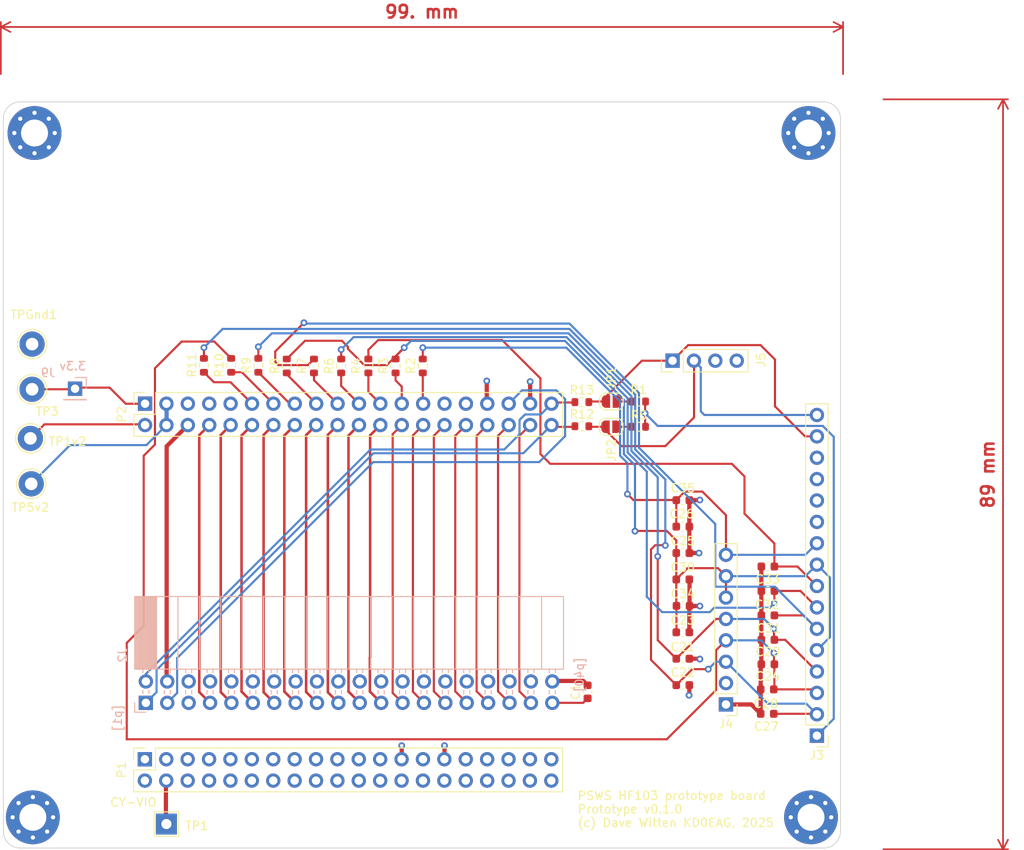
<source format=kicad_pcb>
(kicad_pcb (version 20240108) (generator "pcbnew") (generator_version "8.0")
  (title_block (title "ClemSDR-Min_Modules") (date "2023-10-17") (rev "0.4.0") (comment 1 "Minimalist Rework of HF-103 (designed be Oskar Stella)") (comment 3 "based on the Infineon/Cypress  FX3 DevKit and LTC2208 Demo modules"))
  (layers (0 "F.Cu" signal) (1 "In1.Cu" power "GND") (2 "In2.Cu" power "+3.3v") (31 "B.Cu" signal) (34 "B.Paste" user) (35 "F.Paste" user) (36 "B.SilkS" user "B.Silkscreen") (37 "F.SilkS" user "F.Silkscreen") (38 "B.Mask" user) (39 "F.Mask" user) (44 "Edge.Cuts" user))
  (net 0 "")
  (net 1 "GND")
  (net 2 "Net-(J2-Pin_39)")
  (net 3 "Net-(J3-Pin_15)")
  (net 4 "Net-(J3-Pin_4)")
  (net 5 "Net-(J3-Pin_2)")
  (net 6 "Net-(J3-Pin_5)")
  (net 7 "Net-(J3-Pin_3)")
  (net 8 "Net-(J3-Pin_10)")
  (net 9 "ATT DATA")
  (net 10 "ATT CLK")
  (net 11 "ATT LE")
  (net 12 "Net-(J3-Pin_16)")
  (net 13 "3.3v")
  (net 14 "GPIO29")
  (net 15 "D15")
  (net 16 "GPIO28")
  (net 17 "D14")
  (net 18 "GPIO27")
  (net 19 "D13")
  (net 20 "GPIO26")
  (net 21 "D12")
  (net 22 "GPIO25")
  (net 23 "D11")
  (net 24 "GPIO24")
  (net 25 "D10")
  (net 26 "GPIO23")
  (net 27 "D9")
  (net 28 "GPIO22")
  (net 29 "D8")
  (net 30 "GPIO21")
  (net 31 "D7")
  (net 32 "GPIO20")
  (net 33 "D6")
  (net 34 "GPIO19")
  (net 35 "D5")
  (net 36 "D4")
  (net 37 "D3")
  (net 38 "D2")
  (net 39 "PCLK")
  (net 40 "D1")
  (net 41 "D0")
  (net 42 "I2C SDA")
  (net 43 "I2C SCL")
  (net 48 "1.2v")
  (net 49 "VBUS")
  (net 70 "CyVio")
  (net 83 "Net-(JP1-A)")
  (net 84 "Net-(JP2-A)")
  (footprint "Capacitor_SMD:C_0603_1608Metric" (layer "F.Cu") (at 136.475 114.714286 180)
    (property "Reference" "C29")
    (property "Value" "100pf")
  )
  (footprint "Resistor_SMD:R_0603_1608Metric" (layer "F.Cu") (at 82.580389 82.175 90)
    (property "Reference" "R7")
    (property "Value" "1k")
  )
  (footprint "Connector_PinSocket_2.54mm:PinSocket_2x20_P2.54mm_Vertical" (layer "F.Cu") (at 62.523378 86.65959 90)
    (property "Reference" "P2")
    (property "Value" "J6")
  )
  (footprint "Capacitor_SMD:C_0603_1608Metric" (layer "F.Cu") (at 136.4 120.6 180)
    (property "Reference" "C28")
    (property "Value" "100pf")
  )
  (footprint "Capacitor_SMD:C_0603_1608Metric" (layer "F.Cu") (at 136.475 108.907144 180)
    (property "Reference" "C32")
    (property "Value" "100pf")
  )
  (footprint "Resistor_SMD:R_0603_1608Metric" (layer "F.Cu") (at 69.515878 82.1 90)
    (property "Reference" "R11")
    (property "Value" "1k")
  )
  (footprint "MountingHole:MountingHole_3.2mm_M3_Pad_Via" (layer "F.Cu") (at 141.3 54.5)
    (property "Reference" "H2" (hide yes))
    (property "Value" "MountingHole" (hide yes))
  )
  (footprint "Resistor_SMD:R_0603_1608Metric" (layer "F.Cu") (at 114.39 86.47)
    (property "Reference" "R13")
    (property "Value" "0")
  )
  (footprint "Resistor_SMD:R_0603_1608Metric" (layer "F.Cu") (at 85.810291 82.175 90)
    (property "Reference" "R6")
    (property "Value" "1k")
  )
  (footprint "Resistor_SMD:R_0603_1608Metric" (layer "F.Cu") (at 89.040193 82.175 90)
    (property "Reference" "R4")
    (property "Value" "1k")
  )
  (footprint "MountingHole:MountingHole_3.2mm_M3_Pad_Via" (layer "F.Cu") (at 49.2 135.8)
    (property "Reference" "H3" (hide yes))
    (property "Value" "MountingHole" (hide yes))
  )
  (footprint "Resistor_SMD:R_0603_1608Metric" (layer "F.Cu") (at 72.74578 82.1 90)
    (property "Reference" "R10")
    (property "Value" "1k")
  )
  (footprint "MountingHole:MountingHole_3.2mm_M3_Pad_Via" (layer "F.Cu") (at 49.4 54.5)
    (property "Reference" "H1" (hide yes))
    (property "Value" "MountingHole" (hide yes))
  )
  (footprint "Capacitor_SMD:C_0603_1608Metric" (layer "F.Cu") (at 136.475 111.810715 180)
    (property "Reference" "C31")
    (property "Value" "100pf")
  )
  (footprint "TestPoint:TestPoint_THTPad_D3.0mm_Drill1.5mm" (layer "F.Cu") (at 49.01 96.18)
    (property "Reference" "TP5v2")
    (property "Value" "TP5v")
  )
  (footprint "Capacitor_SMD:C_0603_1608Metric" (layer "F.Cu") (at 126.375 98.121432)
    (property "Reference" "C35")
    (property "Value" "100pf")
  )
  (footprint "Capacitor_SMD:C_0603_1608Metric" (layer "F.Cu") (at 126.375 104.400002)
    (property "Reference" "C25")
    (property "Value" "100pf")
  )
  (footprint "MountingHole:MountingHole_3.2mm_M3_Pad_Via" (layer "F.Cu") (at 141.6 135.8)
    (property "Reference" "H4" (hide yes))
    (property "Value" "MountingHole" (hide yes))
  )
  (footprint "TestPoint:TestPoint_THTPad_D3.0mm_Drill1.5mm" (layer "F.Cu") (at 49.11 79.58)
    (property "Reference" "TPGnd1")
    (property "Value" "TPGnd")
  )
  (footprint "Capacitor_SMD:C_0603_1608Metric" (layer "F.Cu") (at 126.4 110.678572)
    (property "Reference" "C34")
    (property "Value" "100pf")
  )
  (footprint "Connector_PinHeader_2.54mm:PinHeader_1x04_P2.54mm_Vertical" (layer "F.Cu") (at 125.16 81.55 90)
    (property "Reference" "J5")
    (property "Value" "Conn_01x04")
  )
  (footprint "Capacitor_SMD:C_0603_1608Metric" (layer "F.Cu") (at 126.375 107.539287)
    (property "Reference" "C30")
    (property "Value" "100pf")
  )
  (footprint "Connector_PinHeader_2.54mm:PinHeader_1x08_P2.54mm_Vertical" (layer "F.Cu") (at 131.5 122.394286 180)
    (property "Reference" "J4")
    (property "Value" "Conn_01x08")
  )
  (footprint "Resistor_SMD:R_0603_1608Metric" (layer "F.Cu") (at 121.125 86.4 180)
    (property "Reference" "R1")
    (property "Value" "10k")
  )
  (footprint "Resistor_SMD:R_0603_1608Metric" (layer "F.Cu") (at 92.270095 82.175 90)
    (property "Reference" "R3")
    (property "Value" "10k")
  )
  (footprint "Capacitor_SMD:C_0603_1608Metric" (layer "F.Cu") (at 126.375 116.957142)
    (property "Reference" "C21")
    (property "Value" "100pf")
  )
  (footprint "TestPoint:TestPoint_THTPad_D3.0mm_Drill1.5mm" (layer "F.Cu") (at 49.11 84.946666)
    (property "Reference" "TP3")
    (property "Value" "TP3v3")
  )
  (footprint "TestPoint:TestPoint_THTPad_2.5x2.5mm_Drill1.2mm" (layer "F.Cu") (at 65.06 136.6)
    (property "Reference" "TP1")
    (property "Value" "TPCyVIO")
  )
  (footprint "Resistor_SMD:R_0603_1608Metric" (layer "F.Cu") (at 121.125 89.4 180)
    (property "Reference" "R5")
    (property "Value" "10k")
  )
  (footprint "TestPoint:TestPoint_THTPad_D3.0mm_Drill1.5mm" (layer "F.Cu") (at 48.91 90.78)
    (property "Reference" "TP1v2")
    (property "Value" "TP1v2")
  )
  (footprint "Capacitor_SMD:C_0603_1608Metric" (layer "F.Cu") (at 126.375 113.817857)
    (property "Reference" "C23")
    (property "Value" "100pf")
  )
  (footprint "Capacitor_SMD:C_0603_1608Metric" (layer "F.Cu") (at 126.375 101.260717)
    (property "Reference" "C26")
    (property "Value" "100pf")
  )
  (footprint "Capacitor_SMD:C_0603_1608Metric" (layer "F.Cu") (at 136.475 106.003573 180)
    (property "Reference" "C33")
    (property "Value" "100pf")
  )
  (footprint "Resistor_SMD:R_0603_1608Metric" (layer "F.Cu") (at 75.975682 82.1 90)
    (property "Reference" "R9")
    (property "Value" "1k")
  )
  (footprint "Connector_PinSocket_2.54mm:PinSocket_2x20_P2.54mm_Vertical" (layer "F.Cu") (at 62.503378 128.89959 90)
    (property "Reference" "P1")
    (property "Value" "J7")
  )
  (footprint "Resistor_SMD:R_0603_1608Metric" (layer "F.Cu") (at 114.39 89.34)
    (property "Reference" "R12")
    (property "Value" "0")
  )
  (footprint "Resistor_SMD:R_0603_1608Metric" (layer "F.Cu") (at 79.350487 82.175 90)
    (property "Reference" "R8")
    (property "Value" "1k")
  )
  (footprint "Capacitor_SMD:C_0603_1608Metric" (layer "F.Cu") (at 115.0725 120.89 90)
    (property "Reference" "C1")
    (property "Value" "0.1uF")
  )
  (footprint "Jumper:SolderJumper-2_P1.3mm_Open_RoundedPad1.0x1.5mm" (layer "F.Cu") (at 117.85 89.4 180)
    (property "Reference" "JP2")
    (property "Value" "Jumper_2_Open")
  )
  (footprint "Capacitor_SMD:C_0603_1608Metric" (layer "F.Cu") (at 136.475 117.617857 180)
    (property "Reference" "C24")
    (property "Value" "100pf")
  )
  (footprint "Jumper:SolderJumper-2_P1.3mm_Open_RoundedPad1.0x1.5mm" (layer "F.Cu") (at 117.895 86.4 180)
    (property "Reference" "JP1")
    (property "Value" "Jumper_2_Open")
  )
  (footprint "Connector_PinHeader_2.54mm:PinHeader_1x16_P2.54mm_Vertical" (layer "F.Cu") (at 142.3 126.1 180)
    (property "Reference" "J3")
    (property "Value" "Conn_01x16")
  )
  (footprint "Capacitor_SMD:C_0603_1608Metric" (layer "F.Cu") (at 136.4 123.503573 180)
    (property "Reference" "C27")
    (property "Value" "100pf")
  )
  (footprint "Capacitor_SMD:C_0603_1608Metric" (layer "F.Cu") (at 126.375 120.096432)
    (property "Reference" "C22")
    (property "Value" "100pf")
  )
  (footprint "Resistor_SMD:R_0603_1608Metric" (layer "F.Cu") (at 95.5 82.175 90)
    (property "Reference" "R2")
    (property "Value" "1k")
  )
  (footprint "Connector_PinHeader_2.54mm:PinHeader_1x01_P2.54mm_Vertical" (layer "B.Cu") (at 54.21 84.88 180)
    (property "Reference" "J9")
    (property "Value" "VDD (3.3v)")
  )
  (footprint "Connector_PinSocket_2.54mm:PinSocket_2x20_P2.54mm_Horizontal" (layer "B.Cu") (at 62.62 122.2 -90)
    (property "Reference" "J2")
    (property "Value" "2x20-Odd/Even")
  )
  (gr_line (start 143.1 139.45) (end 47.7 139.45) (stroke (width 0.1)) (layer "Edge.Cuts"))
  (gr_arc (start 47.7 139.45) (mid 46.285786 138.864214) (end 45.7 137.45) (stroke (width 0.1)) (layer "Edge.Cuts"))
  (gr_line (start 45.7 137.45) (end 45.7 52.8) (stroke (width 0.1)) (layer "Edge.Cuts"))
  (gr_line (start 145.1 52.8) (end 145.1 137.45) (stroke (width 0.1)) (layer "Edge.Cuts"))
  (gr_arc (start 145.1 137.45) (mid 144.514214 138.864214) (end 143.1 139.45) (stroke (width 0.1)) (layer "Edge.Cuts"))
  (gr_arc (start 45.7 52.8) (mid 46.285786 51.385786) (end 47.7 50.8) (stroke (width 0.1)) (layer "Edge.Cuts"))
  (gr_arc (start 143.1 50.8) (mid 144.514214 51.385786) (end 145.1 52.8) (stroke (width 0.1)) (layer "Edge.Cuts"))
  (gr_line (start 47.7 50.8) (end 143.1 50.8) (stroke (width 0.1)) (layer "Edge.Cuts"))
  (gr_text "[p40]" (at 114.69 116.7 90) (layer "B.SilkS") (effects (font (size 1 1)) (justify left bottom mirror)))
  (gr_text "[p1]" (at 59.85 122.32 90) (layer "B.SilkS") (effects (font (size 1 1)) (justify left bottom mirror)))
  (gr_text "3.3v" (at 55.61 82.78 0) (layer "B.SilkS") (effects (font (size 1 1)) (justify left bottom mirror)))
  (gr_text "PSWS HF103 prototype board\nPrototype v0.1.0\n(c) Dave Witten KD0EAG, 2025\n" (at 113.8 137.03 0) (layer "F.SilkS") (effects (font (size 1 1)) (justify left bottom)))
  (gr_text "CY-VIO" (at 58.3 134.6 0) (layer "F.SilkS") (effects (font (size 1 1)) (justify left bottom)))
  (dimension (type aligned) (layer "F.Cu") (pts (xy 45.4 48) (xy 145.403378 48)) (height -6.1) (gr_text "99. mm" (at 95.401689 40.1 0) (layer "F.Cu") (effects (font (size 1.5 1.5) (thickness 0.3)))) (format (prefix "") (suffix "") (units 3) (units_format 1) (precision 4) (override_value "99.")) (style (thickness 0.2) (arrow_length 1.27) (text_position_mode 0) (extension_height 0.58642) (extension_offset 0.5) keep_text_aligned))
  (dimension (type aligned) (layer "F.Cu") (pts (xy 149.7 50.5) (xy 149.7 139.6)) (height -14.7) (gr_text "89 mm" (at 162.6 95.05 90) (layer "F.Cu") (effects (font (size 1.5 1.5) (thickness 0.3)))) (format (prefix "") (suffix "") (units 3) (units_format 1) (precision 4) (override_value "89")) (style (thickness 0.2) (arrow_length 1.27) (text_position_mode 0) (extension_height 0.58642) (extension_offset 0.5) keep_text_aligned))
  (segment (start 127.15 104.400002) (end 127.15 101.260717) (width 0.5) (layer "F.Cu") (net 1))
  (segment (start 127.15 121.266634) (end 127.116634 121.3) (width 0.5) (layer "F.Cu") (net 1))
  (segment (start 134.515713 122.394286) (end 135.625 123.503573) (width 0.5) (layer "F.Cu") (net 1))
  (segment (start 111.0425 119.6) (end 114.5575 119.6) (width 0.5) (layer "F.Cu") (net 1))
  (segment (start 103.1 83.960205) (end 103.1 86.619795) (width 0.5) (layer "F.Cu") (net 1))
  (segment (start 135.7 111.810715) (end 135.7 108.907144) (width 0.5) (layer "F.Cu") (net 1))
  (segment (start 135.7 117.617857) (end 135.7 114.714286) (width 0.5) (layer "F.Cu") (net 1))
  (segment (start 67.603378 89.19959) (end 65.09 91.712968) (width 0.5) (layer "F.Cu") (net 1))
  (segment (start 128.357142 116.957142) (end 128.4 117) (width 0.5) (layer "F.Cu") (net 1))
  (segment (start 135.625 123.503573) (end 135.625 120.6) (width 0.5) (layer "F.Cu") (net 1))
  (segment (start 114.5575 119.6) (end 115.0725 120.115) (width 0.5) (layer "F.Cu") (net 1))
  (segment (start 127.15 113.817857) (end 127.15 110.703572) (width 0.5) (layer "F.Cu") (net 1))
  (segment (start 65.09 91.712968) (end 65.09 119.59) (width 0.5) (layer "F.Cu") (net 1))
  (segment (start 93 127.29) (end 93 128.822968) (width 0.5) (layer "F.Cu") (net 1))
  (segment (start 131.5 122.394286) (end 134.515713 122.394286) (width 0.5) (layer "F.Cu") (net 1))
  (segment (start 127.15 101.260717) (end 127.15 98.121432) (width 0.5) (layer "F.Cu") (net 1))
  (segment (start 135.625 120.6) (end 135.625 117.692857) (width 0.5) (layer "F.Cu") (net 1))
  (segment (start 128.4 110.7) (end 127.196428 110.7) (width 0.5) (layer "F.Cu") (net 1))
  (segment (start 127.15 120.096432) (end 127.15 121.266634) (width 0.5) (layer "F.Cu") (net 1))
  (segment (start 135.7 108.907144) (end 135.7 106.003573) (width 0.5) (layer "F.Cu") (net 1))
  (segment (start 127.15 98.121432) (end 128.378568 98.121432) (width 0.5) (layer "F.Cu") (net 1))
  (segment (start 127.175 110.678572) (end 127.175 107.564287) (width 0.5) (layer "F.Cu") (net 1))
  (segment (start 135.7 114.714286) (end 135.7 111.810715) (width 0.5) (layer "F.Cu") (net 1))
  (segment (start 127.15 116.957142) (end 128.357142 116.957142) (width 0.5) (layer "F.Cu") (net 1))
  (segment (start 128.378568 98.121432) (end 128.4 98.1) (width 0.5) (layer "F.Cu") (net 1))
  (segment (start 127.15 104.400002) (end 128.299998 104.400002) (width 0.5) (layer "F.Cu") (net 1))
  (segment (start 98.08 127.29) (end 98.08 128.741484) (width 0.5) (layer "F.Cu") (net 1))
  (segment (start 108.25 84.037955) (end 108.25 86.522045) (width 0.5) (layer "F.Cu") (net 1))
  (via (at 98.08 127.29) (size 0.8) (drill 0.4) (layers "F.Cu" "B.Cu") (net 1))
  (via (at 93 127.29) (size 0.8) (drill 0.4) (layers "F.Cu" "B.Cu") (net 1))
  (via (at 127.116634 121.3) (size 0.8) (drill 0.4) (layers "F.Cu" "B.Cu") (net 1))
  (via (at 108.25 84.037955) (size 0.8) (drill 0.4) (layers "F.Cu" "B.Cu") (net 1))
  (via (at 128.4 110.7) (size 0.8) (drill 0.4) (layers "F.Cu" "B.Cu") (net 1))
  (via (at 128.4 98.1) (size 0.8) (drill 0.4) (layers "F.Cu" "B.Cu") (net 1))
  (via (at 103.1 83.960205) (size 0.8) (drill 0.4) (layers "F.Cu" "B.Cu") (net 1))
  (via (at 128.4 117) (size 0.8) (drill 0.4) (layers "F.Cu" "B.Cu") (net 1))
  (via (at 128.299998 104.400002) (size 0.8) (drill 0.4) (layers "F.Cu" "B.Cu") (net 1))
  (segment (start 115.0725 121.665) (end 114.5375 122.2) (width 0.25) (layer "F.Cu") (net 2))
  (segment (start 114.5375 122.2) (end 111.1025 122.2) (width 0.25) (layer "F.Cu") (net 2))
  (segment (start 117.245 85.825) (end 121.52 81.55) (width 0.25) (layer "F.Cu") (net 3))
  (segment (start 137.32 81.41) (end 137.32 86.97) (width 0.25) (layer "F.Cu") (net 3))
  (segment (start 125.16 81.55) (end 127.01 79.7) (width 0.25) (layer "F.Cu") (net 3))
  (segment (start 135.61 79.7) (end 137.32 81.41) (width 0.25) (layer "F.Cu") (net 3))
  (segment (start 137.32 86.97) (end 140.89 90.54) (width 0.25) (layer "F.Cu") (net 3))
  (segment (start 117.245 86.4) (end 115.285 86.4) (width 0.25) (layer "F.Cu") (net 3))
  (segment (start 140.89 90.54) (end 142.3 90.54) (width 0.25) (layer "F.Cu") (net 3))
  (segment (start 127.01 79.7) (end 135.61 79.7) (width 0.25) (layer "F.Cu") (net 3))
  (segment (start 121.52 81.55) (end 125.16 81.55) (width 0.25) (layer "F.Cu") (net 3))
  (segment (start 123.4 114.757142) (end 125.6 116.957142) (width 0.25) (layer "F.Cu") (net 4))
  (segment (start 130.322856 112.234286) (end 131.5 112.234286) (width 0.25) (layer "F.Cu") (net 4))
  (segment (start 123.4 104.8) (end 123.4 114.757142) (width 0.25) (layer "F.Cu") (net 4))
  (segment (start 137.2 113.4) (end 137.2 114.664286) (width 0.25) (layer "F.Cu") (net 4))
  (segment (start 125.6 116.957142) (end 130.322856 112.234286) (width 0.25) (layer "F.Cu") (net 4))
  (segment (start 138.534286 114.714286) (end 142.3 118.48) (width 0.25) (layer "F.Cu") (net 4))
  (segment (start 137.25 114.714286) (end 138.534286 114.714286) (width 0.25) (layer "F.Cu") (net 4))
  (segment (start 75.975682 79.9) (end 75.975682 81.275) (width 0.25) (layer "F.Cu") (net 4))
  (via (at 123.4 104.8) (size 0.8) (drill 0.4) (layers "F.Cu" "B.Cu") (net 4))
  (via (at 75.975682 79.9) (size 0.8) (drill 0.4) (layers "F.Cu" "B.Cu") (net 4))
  (via (at 137.2 113.4) (size 0.8) (drill 0.4) (layers "F.Cu" "B.Cu") (net 4))
  (segment (start 136.034286 112.234286) (end 137.2 113.4) (width 0.25) (layer "B.Cu") (net 4))
  (segment (start 120.275 85.771396) (end 112.803604 78.3) (width 0.25) (layer "B.Cu") (net 4))
  (segment (start 120.275 92.273097) (end 120.275 85.771396) (width 0.25) (layer "B.Cu") (net 4))
  (segment (start 123.4 95.398097) (end 120.275 92.273097) (width 0.25) (layer "B.Cu") (net 4))
  (segment (start 123.4 104.8) (end 123.4 95.398097) (width 0.25) (layer "B.Cu") (net 4))
  (segment (start 77.575682 78.3) (end 75.975682 79.9) (width 0.25) (layer "B.Cu") (net 4))
  (segment (start 112.803604 78.3) (end 77.575682 78.3) (width 0.25) (layer "B.Cu") (net 4))
  (segment (start 131.5 112.234286) (end 136.034286 112.234286) (width 0.25) (layer "B.Cu") (net 4))
  (segment (start 69.515878 80) (end 69.515878 81.275) (width 0.25) (layer "F.Cu") (net 5))
  (segment (start 124.3 103.5) (end 124.275 103.475) (width 0.25) (layer "F.Cu") (net 5))
  (segment (start 123.099695 103.475) (end 122.6 103.974695) (width 0.25) (layer "F.Cu") (net 5))
  (segment (start 137.175 123.503573) (end 142.243573 123.503573) (width 0.25) (layer "F.Cu") (net 5))
  (segment (start 124.275 103.475) (end 123.099695 103.475) (width 0.25) (layer "F.Cu") (net 5))
  (segment (start 122.6 117.096432) (end 125.6 120.096432) (width 0.25) (layer "F.Cu") (net 5))
  (segment (start 127.496432 118.2) (end 129.4 118.2) (width 0.25) (layer "F.Cu") (net 5))
  (segment (start 122.6 103.974695) (end 122.6 117.096432) (width 0.25) (layer "F.Cu") (net 5))
  (segment (start 125.6 120.096432) (end 127.496432 118.2) (width 0.25) (layer "F.Cu") (net 5))
  (via (at 69.515878 80) (size 0.8) (drill 0.4) (layers "F.Cu" "B.Cu") (net 5))
  (via (at 129.4 118.2) (size 0.8) (drill 0.4) (layers "F.Cu" "B.Cu") (net 5))
  (via (at 124.3 103.5) (size 0.8) (drill 0.4) (layers "F.Cu" "B.Cu") (net 5))
  (segment (start 120.725 85.585) (end 112.91 77.77) (width 0.25) (layer "B.Cu") (net 5))
  (segment (start 71.745878 77.77) (end 69.515878 80) (width 0.25) (layer "B.Cu") (net 5))
  (segment (start 120.725 92.086701) (end 120.725 85.585) (width 0.25) (layer "B.Cu") (net 5))
  (segment (start 141.04 122.3) (end 142.3 123.56) (width 0.25) (layer "B.Cu") (net 5))
  (segment (start 124.3 103.5) (end 124.3 95.661701) (width 0.25) (layer "B.Cu") (net 5))
  (segment (start 112.91 77.77) (end 71.745878 77.77) (width 0.25) (layer "B.Cu") (net 5))
  (segment (start 130.285714 117.314286) (end 129.4 118.2) (width 0.25) (layer "B.Cu") (net 5))
  (segment (start 124.3 95.661701) (end 120.725 92.086701) (width 0.25) (layer "B.Cu") (net 5))
  (segment (start 131.5 117.314286) (end 136.485714 122.3) (width 0.25) (layer "B.Cu") (net 5))
  (segment (start 136.485714 122.3) (end 141.04 122.3) (width 0.25) (layer "B.Cu") (net 5))
  (segment (start 131.5 117.314286) (end 130.285714 117.314286) (width 0.25) (layer "B.Cu") (net 5))
  (segment (start 125.6 107.539287) (end 126.939287 106.2) (width 0.25) (layer "F.Cu") (net 6))
  (segment (start 125.6 102.9) (end 125.6 104.400002) (width 0.25) (layer "F.Cu") (net 6))
  (segment (start 126.939287 106.2) (end 130.545714 106.2) (width 0.25) (layer "F.Cu") (net 6))
  (segment (start 88.547731 82.075) (end 86.610291 80.13756) (width 0.25) (layer "F.Cu") (net 6))
  (segment (start 124.475 101.775) (end 125.6 102.9) (width 0.25) (layer "F.Cu") (net 6))
  (segment (start 81.520487 79.18) (end 79.350487 81.35) (width 0.25) (layer "F.Cu") (net 6))
  (segment (start 91.225 82.075) (end 88.547731 82.075) (width 0.25) (layer "F.Cu") (net 6))
  (segment (start 86.610291 80.13756) (end 86.610291 79.900291) (width 0.25) (layer "F.Cu") (net 6))
  (segment (start 131.5 107.154286) (end 131.5 109.694286) (width 0.25) (layer "F.Cu") (net 6))
  (segment (start 85.89 79.18) (end 81.520487 79.18) (width 0.25) (layer "F.Cu") (net 6))
  (segment (start 93.3 80) (end 92.270095 81.029905) (width 0.25) (layer "F.Cu") (net 6))
  (segment (start 120.725 101.775) (end 124.475 101.775) (width 0.25) (layer "F.Cu") (net 6))
  (segment (start 130.545714 106.2) (end 131.5 107.154286) (width 0.25) (layer "F.Cu") (net 6))
  (segment (start 125.6 107.539287) (end 125.6 110.653572) (width 0.25) (layer "F.Cu") (net 6))
  (segment (start 93.3 80) (end 91.225 82.075) (width 0.25) (layer "F.Cu") (net 6))
  (segment (start 125.625 110.678572) (end 125.625 113.792857) (width 0.25) (layer "F.Cu") (net 6))
  (segment (start 125.6 104.400002) (end 125.6 107.539287) (width 0.25) (layer "F.Cu") (net 6))
  (segment (start 86.610291 79.900291) (end 85.89 79.18) (width 0.25) (layer "F.Cu") (net 6))
  (segment (start 120.7 101.8) (end 120.725 101.775) (width 0.25) (layer "F.Cu") (net 6))
  (segment (start 92.270095 81.029905) (end 92.270095 81.35) (width 0.25) (layer "F.Cu") (net 6))
  (via (at 93.3 80) (size 0.8) (drill 0.4) (layers "F.Cu" "B.Cu") (net 6))
  (via (at 120.7 101.8) (size 0.8) (drill 0.4) (layers "F.Cu" "B.Cu") (net 6))
  (segment (start 119.375 86.191396) (end 112.383604 79.2) (width 0.25) (layer "B.Cu") (net 6))
  (segment (start 140.925714 107.154286) (end 142.3 105.78) (width 0.25) (layer "B.Cu") (net 6))
  (segment (start 143.85 114.39) (end 142.3 115.94) (width 0.25) (layer "B.Cu") (net 6))
  (segment (start 143.85 107.33) (end 143.85 114.39) (width 0.25) (layer "B.Cu") (net 6))
  (segment (start 120.7 93.970889) (end 119.375 92.645889) (width 0.25) (layer "B.Cu") (net 6))
  (segment (start 112.383604 79.2) (end 94.1 79.2) (width 0.25) (layer "B.Cu") (net 6))
  (segment (start 119.375 92.645889) (end 119.375 86.191396) (width 0.25) (layer "B.Cu") (net 6))
  (segment (start 142.3 105.78) (end 143.85 107.33) (width 0.25) (layer "B.Cu") (net 6))
  (segment (start 120.7 101.8) (end 120.7 93.970889) (width 0.25) (layer "B.Cu") (net 6))
  (segment (start 131.5 107.154286) (end 140.925714 107.154286) (width 0.25) (layer "B.Cu") (net 6))
  (segment (start 94.1 79.2) (end 93.3 80) (width 0.25) (layer "B.Cu") (net 6))
  (segment (start 66.865 79.275) (end 63.698378 82.441622) (width 0.25) (layer "F.Cu") (net 7))
  (segment (start 60.35 115.08) (end 60.35 126.53) (width 0.25) (layer "F.Cu") (net 7))
  (segment (start 130.325 120.675) (end 130.325 115.949286) (width 0.25) (layer "F.Cu") (net 7))
  (segment (start 62.36 113.07) (end 60.35 115.08) (width 0.25) (layer "F.Cu") (net 7))
  (segment (start 72.74578 81.275) (end 70.74578 79.275) (width 0.25) (layer "F.Cu") (net 7))
  (segment (start 63.698378 82.441622) (end 63.698378 91.511622) (width 0.25) (layer "F.Cu") (net 7))
  (segment (start 63.698378 91.511622) (end 62.36 92.85) (width 0.25) (layer "F.Cu") (net 7))
  (segment (start 70.74578 79.275) (end 66.865 79.275) (width 0.25) (layer "F.Cu") (net 7))
  (segment (start 137.25 117.617857) (end 137.25 120.525) (width 0.25) (layer "F.Cu") (net 7))
  (segment (start 124.47 126.53) (end 130.325 120.675) (width 0.25) (layer "F.Cu") (net 7))
  (segment (start 62.36 92.85) (end 62.36 113.07) (width 0.25) (layer "F.Cu") (net 7))
  (segment (start 130.325 115.949286) (end 131.5 114.774286) (width 0.25) (layer "F.Cu") (net 7))
  (segment (start 137.2 116.3) (end 137.2 117.567857) (width 0.25) (layer "F.Cu") (net 7))
  (segment (start 60.35 126.53) (end 124.47 126.53) (width 0.25) (layer "F.Cu") (net 7))
  (segment (start 137.175 120.6) (end 141.88 120.6) (width 0.25) (layer "F.Cu") (net 7))
  (via (at 137.2 116.3) (size 0.8) (drill 0.4) (layers "F.Cu" "B.Cu") (net 7))
  (segment (start 131.5 114.774286) (end 135.674286 114.774286) (width 0.25) (layer "B.Cu") (net 7))
  (segment (start 135.674286 114.774286) (end 137.2 116.3) (width 0.25) (layer "B.Cu") (net 7))
  (segment (start 95.5 81.35) (end 95.5 80) (width 0.25) (layer "F.Cu") (net 8))
  (segment (start 120.5 98.1) (end 125.578568 98.1) (width 0.25) (layer "F.Cu") (net 8))
  (segment (start 125.6 101.260717) (end 125.6 98.121432) (width 0.25) (layer "F.Cu") (net 8))
  (segment (start 125.6 98.121432) (end 126.621432 97.1) (width 0.25) (layer "F.Cu") (net 8))
  (segment (start 126.621432 97.1) (end 128.7 97.1) (width 0.25) (layer "F.Cu") (net 8))
  (segment (start 119.8 97.4) (end 120.5 98.1) (width 0.25) (layer "F.Cu") (net 8))
  (segment (start 131.5 99.9) (end 131.5 104.614286) (width 0.25) (layer "F.Cu") (net 8))
  (segment (start 128.7 97.1) (end 131.5 99.9) (width 0.25) (layer "F.Cu") (net 8))
  (via (at 95.5 80) (size 0.8) (drill 0.4) (layers "F.Cu" "B.Cu") (net 8))
  (via (at 119.8 97.4) (size 0.8) (drill 0.4) (layers "F.Cu" "B.Cu") (net 8))
  (segment (start 112.547208 80) (end 95.5 80) (width 0.25) (layer "B.Cu") (net 8))
  (segment (start 140.925714 104.614286) (end 142.3 103.24) (width 0.25) (layer "B.Cu") (net 8))
  (segment (start 119.8 97.4) (end 119.8 93.707285) (width 0.25) (layer "B.Cu") (net 8))
  (segment (start 118.925 86.377792) (end 112.547208 80) (width 0.25) (layer "B.Cu") (net 8))
  (segment (start 119.8 93.707285) (end 118.925 92.832285) (width 0.25) (layer "B.Cu") (net 8))
  (segment (start 131.5 104.614286) (end 140.925714 104.614286) (width 0.25) (layer "B.Cu") (net 8))
  (segment (start 118.925 92.832285) (end 118.925 86.377792) (width 0.25) (layer "B.Cu") (net 8))
  (segment (start 137.25 111.810715) (end 140.710715 111.810715) (width 0.25) (layer "F.Cu") (net 9))
  (segment (start 81.855389 82.075) (end 82.580389 81.35) (width 0.25) (layer "F.Cu") (net 9))
  (segment (start 77.98 81.7) (end 78.355 82.075) (width 0.25) (layer "F.Cu") (net 9))
  (segment (start 77.98 80.4555) (end 77.98 81.7) (width 0.25) (layer "F.Cu") (net 9))
  (segment (start 81.39 77.0455) (end 77.98 80.4555) (width 0.25) (layer "F.Cu") (net 9))
  (segment (start 78.355 82.075) (end 81.855389 82.075) (width 0.25) (layer "F.Cu") (net 9))
  (segment (start 140.710715 111.810715) (end 142.3 113.4) (width 0.25) (layer "F.Cu") (net 9))
  (via (at 81.39 77.0455) (size 0.8) (drill 0.4) (layers "F.Cu" "B.Cu") (net 9))
  (segment (start 130.225305 108.4) (end 137.3 108.4) (width 0.25) (layer "B.Cu") (net 9))
  (segment (start 137.3 108.4) (end 142.3 113.4) (width 0.25) (layer "B.Cu") (net 9))
  (segment (start 130.225305 100.95061) (end 130.225305 108.4) (width 0.25) (layer "B.Cu") (net 9))
  (segment (start 81.39 77.0455) (end 81.4845 77.14) (width 0.25) (layer "B.Cu") (net 9))
  (segment (start 121.175 91.900305) (end 130.225305 100.95061) (width 0.25) (layer "B.Cu") (net 9))
  (segment (start 112.92 77.14) (end 121.175 85.395) (width 0.25) (layer "B.Cu") (net 9))
  (segment (start 81.4845 77.14) (end 112.92 77.14) (width 0.25) (layer "B.Cu") (net 9))
  (segment (start 121.175 85.395) (end 121.175 91.900305) (width 0.25) (layer "B.Cu") (net 9))
  (segment (start 137.25 108.907144) (end 140.347144 108.907144) (width 0.25) (layer "F.Cu") (net 10))
  (segment (start 85.810291 80.23) (end 85.810291 81.35) (width 0.25) (layer "F.Cu") (net 10))
  (segment (start 137.25 110.34937) (end 137.25 108.907144) (width 0.25) (layer "F.Cu") (net 10))
  (segment (start 140.347144 108.907144) (end 142.3 110.86) (width 0.25) (layer "F.Cu") (net 10))
  (via (at 137.25 110.34937) (size 0.8) (drill 0.4) (layers "F.Cu" "B.Cu") (net 10))
  (via (at 85.810291 80.23) (size 0.8) (drill 0.4) (layers "F.Cu" "B.Cu") (net 10))
  (segment (start 87.290291 78.75) (end 112.57 78.75) (width 0.25) (layer "B.Cu") (net 10))
  (segment (start 85.810291 80.23) (end 87.290291 78.75) (width 0.25) (layer "B.Cu") (net 10))
  (segment (start 119.825 92.459493) (end 122.1 94.734493) (width 0.25) (layer "B.Cu") (net 10))
  (segment (start 136.69937 110.9) (end 137.25 110.34937) (width 0.25) (layer "B.Cu") (net 10))
  (segment (start 123.925 111.425) (end 129.575 111.425) (width 0.25) (layer "B.Cu") (net 10))
  (segment (start 122.1 109.6) (end 123.925 111.425) (width 0.25) (layer "B.Cu") (net 10))
  (segment (start 119.825 86.005) (end 119.825 92.459493) (width 0.25) (layer "B.Cu") (net 10))
  (segment (start 129.575 111.425) (end 130.1 110.9) (width 0.25) (layer "B.Cu") (net 10))
  (segment (start 112.57 78.75) (end 119.825 86.005) (width 0.25) (layer "B.Cu") (net 10))
  (segment (start 122.1 94.734493) (end 122.1 109.6) (width 0.25) (layer "B.Cu") (net 10))
  (segment (start 130.1 110.9) (end 136.69937 110.9) (width 0.25) (layer "B.Cu") (net 10))
  (segment (start 110.63049 93.8) (end 109.47 92.63951) (width 0.25) (layer "F.Cu") (net 11))
  (segment (start 90.2 79.1) (end 89.040193 80.259807) (width 0.25) (layer "F.Cu") (net 11))
  (segment (start 132.2 93.8) (end 110.63049 93.8) (width 0.25) (layer "F.Cu") (net 11))
  (segment (start 139.983573 106.003573) (end 142.3 108.32) (width 0.25) (layer "F.Cu") (net 11))
  (segment (start 109.47 83.65) (end 104.92 79.1) (width 0.25) (layer "F.Cu") (net 11))
  (segment (start 133.7 95.3) (end 132.2 93.8) (width 0.25) (layer "F.Cu") (net 11))
  (segment (start 104.92 79.1) (end 90.2 79.1) (width 0.25) (layer "F.Cu") (net 11))
  (segment (start 133.7 99.72) (end 133.7 95.3) (width 0.25) (layer "F.Cu") (net 11))
  (segment (start 109.47 92.63951) (end 109.47 83.65) (width 0.25) (layer "F.Cu") (net 11))
  (segment (start 137.25 106.003573) (end 137.25 103.27) (width 0.25) (layer "F.Cu") (net 11))
  (segment (start 139.983573 106.003573) (end 137.25 106.003573) (width 0.25) (layer "F.Cu") (net 11))
  (segment (start 137.25 103.27) (end 133.7 99.72) (width 0.25) (layer "F.Cu") (net 11))
  (segment (start 89.040193 80.259807) (end 89.040193 81.35) (width 0.25) (layer "F.Cu") (net 11))
  (segment (start 127.71 81.57) (end 127.71 88.29) (width 0.25) (layer "F.Cu") (net 12))
  (segment (start 119.09038 91.7) (end 117.2 89.80962) (width 0.25) (layer "F.Cu") (net 12))
  (segment (start 124.3 91.7) (end 119.09038 91.7) (width 0.25) (layer "F.Cu") (net 12))
  (segment (start 127.71 88.29) (end 124.3 91.7) (width 0.25) (layer "F.Cu") (net 12))
  (segment (start 115.275 89.4) (end 117.2 89.4) (width 0.25) (layer "F.Cu") (net 12))
  (segment (start 128.51 82.36) (end 127.7 81.55) (width 0.25) (layer "B.Cu") (net 12))
  (segment (start 128.94 88) (end 128.51 87.57) (width 0.25) (layer "B.Cu") (net 12))
  (segment (start 128.51 87.57) (end 128.51 82.36) (width 0.25) (layer "B.Cu") (net 12))
  (segment (start 142.3 88) (end 128.94 88) (width 0.25) (layer "B.Cu") (net 12))
  (segment (start 54.34 84.75) (end 58.313604 84.75) (width 0.25) (layer "F.Cu") (net 13))
  (segment (start 58.313604 84.75) (end 60.223194 86.65959) (width 0.25) (layer "F.Cu") (net 13))
  (segment (start 49.11 84.946666) (end 54.143334 84.946666) (width 0.25) (layer "F.Cu") (net 13))
  (segment (start 60.223194 86.65959) (end 62.523378 86.65959) (width 0.25) (layer "F.Cu") (net 13))
  (segment (start 68.96 90.382968) (end 70.143378 89.19959) (width 0.3) (layer "F.Cu") (net 15))
  (segment (start 68.96 120.92) (end 68.96 90.382968) (width 0.3) (layer "F.Cu") (net 15))
  (segment (start 70.24 122.2) (end 68.96 120.92) (width 0.3) (layer "F.Cu") (net 15))
  (segment (start 71.51 120.93) (end 71.51 90.372968) (width 0.3) (layer "F.Cu") (net 17))
  (segment (start 71.51 90.372968) (end 72.683378 89.19959) (width 0.3) (layer "F.Cu") (net 17))
  (segment (start 72.78 122.2) (end 71.51 120.93) (width 0.3) (layer "F.Cu") (net 17))
  (segment (start 72.673788 84.11) (end 70.700878 84.11) (width 0.25) (layer "F.Cu") (net 18))
  (segment (start 75.223378 86.65959) (end 72.673788 84.11) (width 0.25) (layer "F.Cu") (net 18))
  (segment (start 70.700878 84.11) (end 69.515878 82.925) (width 0.25) (layer "F.Cu") (net 18))
  (segment (start 73.98 90.442968) (end 75.223378 89.19959) (width 0.3) (layer "F.Cu") (net 19))
  (segment (start 73.98 120.86) (end 73.98 90.442968) (width 0.3) (layer "F.Cu") (net 19))
  (segment (start 75.32 122.2) (end 73.98 120.86) (width 0.3) (layer "F.Cu") (net 19))
  (segment (start 77.763378 86.65959) (end 74.028788 82.925) (width 0.25) (layer "F.Cu") (net 20))
  (segment (start 74.028788 82.925) (end 72.74578 82.925) (width 0.25) (layer "F.Cu") (net 20))
  (segment (start 76.6 120.94) (end 76.6 90.362968) (width 0.3) (layer "F.Cu") (net 21))
  (segment (start 76.6 90.362968) (end 77.763378 89.19959) (width 0.3) (layer "F.Cu") (net 21))
  (segment (start 77.86 122.2) (end 76.6 120.94) (width 0.3) (layer "F.Cu") (net 21))
  (segment (start 79.710272 86.65959) (end 75.975682 82.925) (width 0.25) (layer "F.Cu") (net 22))
  (segment (start 80.4 122.2) (end 79.06 120.86) (width 0.3) (layer "F.Cu") (net 23))
  (segment (start 79.06 120.86) (end 79.06 90.442968) (width 0.3) (layer "F.Cu") (net 23))
  (segment (start 79.06 90.442968) (end 80.303378 89.19959) (width 0.3) (layer "F.Cu") (net 23))
  (segment (start 82.843378 86.65959) (end 79.343378 83.15959) (width 0.25) (layer "F.Cu") (net 24))
  (segment (start 82.94 122.2) (end 81.65 120.91) (width 0.3) (layer "F.Cu") (net 25))
  (segment (start 81.65 120.91) (end 81.65 90.392968) (width 0.3) (layer "F.Cu") (net 25))
  (segment (start 81.65 90.392968) (end 82.843378 89.19959) (width 0.3) (layer "F.Cu") (net 25))
  (segment (start 82.580389 83.856601) (end 85.383378 86.65959) (width 0.25) (layer "F.Cu") (net 26))
  (segment (start 82.580389 83) (end 82.580389 83.856601) (width 0.25) (layer "F.Cu") (net 26))
  (segment (start 84.23 120.95) (end 84.23 90.352968) (width 0.3) (layer "F.Cu") (net 27))
  (segment (start 84.23 90.352968) (end 85.383378 89.19959) (width 0.3) (layer "F.Cu") (net 27))
  (segment (start 85.48 122.2) (end 84.23 120.95) (width 0.3) (layer "F.Cu") (net 27))
  (segment (start 87.923378 86.65959) (end 85.810291 84.546503) (width 0.25) (layer "F.Cu") (net 28))
  (segment (start 85.810291 84.546503) (end 85.810291 83) (width 0.25) (layer "F.Cu") (net 28))
  (segment (start 88.02 122.2) (end 86.68 120.86) (width 0.3) (layer "F.Cu") (net 29))
  (segment (start 86.68 120.86) (end 86.68 90.442968) (width 0.3) (layer "F.Cu") (net 29))
  (segment (start 86.68 90.442968) (end 87.923378 89.19959) (width 0.3) (layer "F.Cu") (net 29))
  (segment (start 89.040193 85.236405) (end 89.040193 83) (width 0.25) (layer "F.Cu") (net 30))
  (segment (start 90.463378 86.65959) (end 89.040193 85.236405) (width 0.25) (layer "F.Cu") (net 30))
  (segment (start 90.463378 89.19959) (end 89.25 90.412968) (width 0.3) (layer "F.Cu") (net 31))
  (segment (start 89.22 120.86) (end 90.56 122.2) (width 0.3) (layer "F.Cu") (net 31))
  (segment (start 89.25 116.8) (end 89.22 116.83) (width 0.3) (layer "F.Cu") (net 31))
  (segment (start 89.25 90.412968) (end 89.25 116.8) (width 0.3) (layer "F.Cu") (net 31))
  (segment (start 89.22 116.83) (end 89.22 120.86) (width 0.3) (layer "F.Cu") (net 31))
  (segment (start 93.003378 86.65959) (end 93.003378 84.626156) (width 0.25) (layer "F.Cu") (net 32))
  (segment (start 93.003378 84.626156) (end 92.270095 83.892873) (width 0.25) (layer "F.Cu") (net 32))
  (segment (start 92.270095 83.892873) (end 92.270095 83) (width 0.25) (layer "F.Cu") (net 32))
  (segment (start 93.1 122.2) (end 91.925 121.025) (width 0.25) (layer "F.Cu") (net 33))
  (segment (start 91.925 121.025) (end 91.925 90.277968) (width 0.25) (layer "F.Cu") (net 33))
  (segment (start 91.925 90.277968) (end 93.003378 89.19959) (width 0.25) (layer "F.Cu") (net 33))
  (segment (start 95.5 86.616212) (end 95.5 83) (width 0.25) (layer "F.Cu") (net 34))
  (segment (start 94.33 120.89) (end 94.33 90.412968) (width 0.25) (layer "F.Cu") (net 35))
  (segment (start 94.33 90.412968) (end 95.543378 89.19959) (width 0.25) (layer "F.Cu") (net 35))
  (segment (start 95.64 122.2) (end 94.33 120.89) (width 0.25) (layer "F.Cu") (net 35))
  (segment (start 96.815 90.467968) (end 98.083378 89.19959) (width 0.25) (layer "F.Cu") (net 36))
  (segment (start 98.18 122.2) (end 96.815 120.835) (width 0.25) (layer "F.Cu") (net 36))
  (segment (start 96.815 120.835) (end 96.815 90.467968) (width 0.25) (layer "F.Cu") (net 36))
  (segment (start 100.72 122.2) (end 99.355 120.835) (width 0.25) (layer "F.Cu") (net 37))
  (segment (start 99.355 120.835) (end 99.355 90.467968) (width 0.25) (layer "F.Cu") (net 37))
  (segment (start 99.355 90.467968) (end 100.623378 89.19959) (width 0.25) (layer "F.Cu") (net 37))
  (segment (start 101.895 90.467968) (end 103.163378 89.19959) (width 0.25) (layer "F.Cu") (net 38))
  (segment (start 101.895 120.835) (end 101.895 90.467968) (width 0.25) (layer "F.Cu") (net 38))
  (segment (start 103.26 122.2) (end 101.895 120.835) (width 0.25) (layer "F.Cu") (net 38))
  (segment (start 112.4 90.51) (end 112.4 86.11) (width 0.25) (layer "B.Cu") (net 39))
  (segment (start 66.335 116.875) (end 89.61 93.6) (width 0.25) (layer "B.Cu") (net 39))
  (segment (start 107.282968 85.08) (end 105.703378 86.65959) (width 0.25) (layer "B.Cu") (net 39))
  (segment (start 111.37 85.08) (end 107.282968 85.08) (width 0.25) (layer "B.Cu") (net 39))
  (segment (start 109.31 93.6) (end 112.4 90.51) (width 0.25) (layer "B.Cu") (net 39))
  (segment (start 112.4 86.11) (end 111.37 85.08) (width 0.25) (layer "B.Cu") (net 39))
  (segment (start 89.61 93.6) (end 109.31 93.6) (width 0.25) (layer "B.Cu") (net 39))
  (segment (start 66.335 121.025) (end 66.335 116.875) (width 0.25) (layer "B.Cu") (net 39))
  (segment (start 65.16 122.2) (end 66.335 121.025) (width 0.25) (layer "B.Cu") (net 39))
  (segment (start 105.8 122.2) (end 104.435 120.835) (width 0.25) (layer "F.Cu") (net 40))
  (segment (start 104.435 90.467968) (end 105.703378 89.19959) (width 0.25) (layer "F.Cu") (net 40))
  (segment (start 104.435 120.835) (end 104.435 90.467968) (width 0.25) (layer "F.Cu") (net 40))
  (segment (start 108.34 122.2) (end 106.975 120.835) (width 0.25) (layer "F.Cu") (net 41))
  (segment (start 106.975 90.467968) (end 108.243378 89.19959) (width 0.25) (layer "F.Cu") (net 41))
  (segment (start 106.975 120.835) (end 106.975 90.467968) (width 0.25) (layer "F.Cu") (net 41))
  (segment (start 113.515 86.52) (end 110.922968 86.52) (width 0.25) (layer "F.Cu") (net 42))
  (segment (start 62.73 118.66) (end 89.29 92.1) (width 0.25) (layer "B.Cu") (net 42))
  (segment (start 89.29 92.1) (end 105.18 92.1) (width 0.25) (layer "B.Cu") (net 42))
  (segment (start 105.18 92.1) (end 106.99 90.29) (width 0.25) (layer "B.Cu") (net 42))
  (segment (start 107.64 87.94) (end 109.502968 87.94) (width 0.25) (layer "B.Cu") (net 42))
  (segment (start 62.62 118.78) (end 62.73 118.67) (width 0.25) (layer "B.Cu") (net 42))
  (segment (start 62.62 119.66) (end 62.62 118.78) (width 0.25) (layer "B.Cu") (net 42))
  (segment (start 106.99 90.29) (end 106.99 88.59) (width 0.25) (layer "B.Cu") (net 42))
  (segment (start 106.99 88.59) (end 107.64 87.94) (width 0.25) (layer "B.Cu") (net 42))
  (segment (start 62.73 118.67) (end 62.73 118.66) (width 0.25) (layer "B.Cu") (net 42))
  (segment (start 109.502968 87.94) (end 110.783378 86.65959) (width 0.25) (layer "B.Cu") (net 42))
  (segment (start 110.993788 89.41) (end 113.495 89.41) (width 0.25) (layer "F.Cu") (net 43))
  (segment (start 63.89 118.3) (end 89.64 92.55) (width 0.25) (layer "B.Cu") (net 43))
  (segment (start 63.89 120.93) (end 63.89 118.3) (width 0.25) (layer "B.Cu") (net 43))
  (segment (start 62.62 122.2) (end 63.89 120.93) (width 0.25) (layer "B.Cu") (net 43))
  (segment (start 107.432968 92.55) (end 110.783378 89.19959) (width 0.25) (layer "B.Cu") (net 43))
  (segment (start 89.64 92.55) (end 107.432968 92.55) (width 0.25) (layer "B.Cu") (net 43))
  (segment (start 48.91 90.78) (end 50.576668 89.113332) (width 0.25) (layer "F.Cu") (net 48))
  (segment (start 50.576668 89.113332) (end 62.43712 89.113332) (width 0.25) (layer "F.Cu") (net 48))
  (segment (start 121.9 87.8) (end 121.9 89.35) (width 0.25) (layer "F.Cu") (net 49))
  (segment (start 121.9 87.8) (end 121.9 86.45) (width 0.25) (layer "F.Cu") (net 49))
  (via (at 121.9 87.8) (size 0.8) (drill 0.4) (layers "F.Cu" "B.Cu") (net 49))
  (segment (start 123.4 89.3) (end 121.9 87.8) (width 0.25) (layer "B.Cu") (net 49))
  (segment (start 65.08 86.64) (end 65.08 89.18) (width 0.5) (layer "B.Cu") (net 49))
  (segment (start 144.3 124.1) (end 144.3 90.6) (width 0.25) (layer "B.Cu") (net 49))
  (segment (start 143 89.3) (end 123.4 89.3) (width 0.25) (layer "B.Cu") (net 49))
  (segment (start 142.3 126.1) (end 144.3 124.1) (width 0.25) (layer "B.Cu") (net 49))
  (segment (start 49.01 96.18) (end 53.61 91.58) (width 0.25) (layer "B.Cu") (net 49))
  (segment (start 53.61 91.58) (end 62.682968 91.58) (width 0.25) (layer "B.Cu") (net 49))
  (segment (start 62.682968 91.58) (end 65.063378 89.19959) (width 0.25) (layer "B.Cu") (net 49))
  (segment (start 144.3 90.6) (end 143 89.3) (width 0.25) (layer "B.Cu") (net 49))
  (segment (start 65 136.48) (end 65 131.462968) (width 0.5) (layer "F.Cu") (net 70))
  (segment (start 118.545 86.4) (end 120.3 86.4) (width 0.25) (layer "F.Cu") (net 83))
  (segment (start 118.5 89.4) (end 120.3 89.4) (width 0.25) (layer "F.Cu") (net 84))
)
</source>
